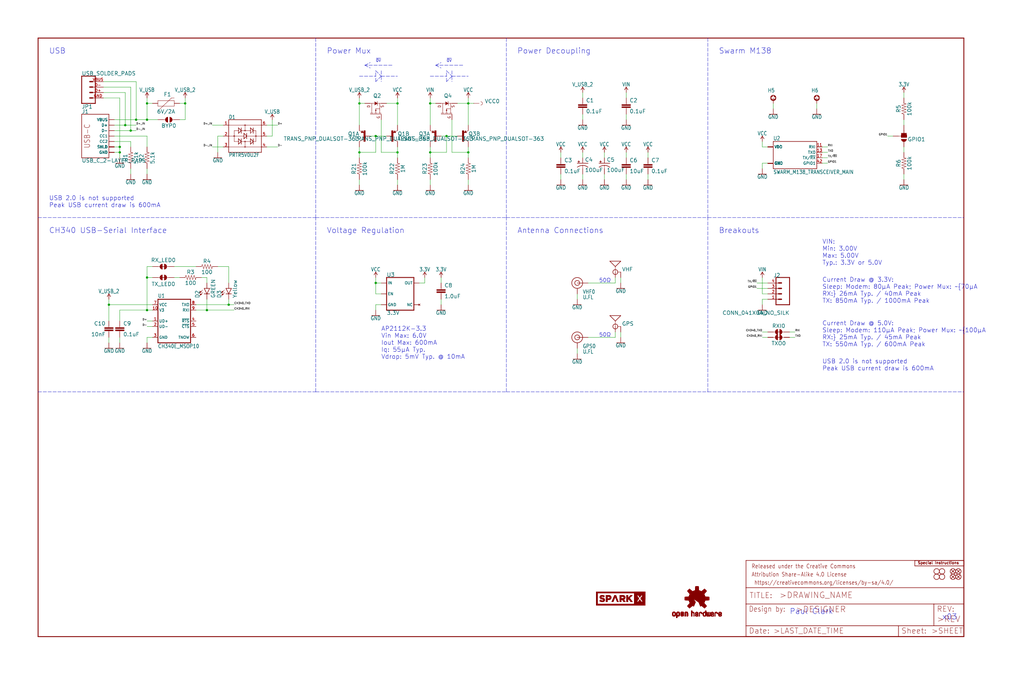
<source format=kicad_sch>
(kicad_sch (version 20211123) (generator eeschema)
  (paper "User" 477.672 317.906)
  (lib_symbols
    (symbol "eagleSchem-eagle-import:0.1UF-0603-25V-5%"
      (property "Reference" "C" (at 1.524 2.921 0))
      (property "Value" "0.1UF-0603-25V-5%" (at 1.524 -2.159 0))
      (symbol "0.1UF-0603-25V-5%_1_0"
        (pin passive line (at 0 5.08 270) (length 2.54) (name "1") (number "1"))
        (pin passive line (at 0 -2.54 90) (length 2.54) (name "2") (number "2"))
      )
    )
    (symbol "eagleSchem-eagle-import:1.0UF-0603-16V-10%-X7R"
      (property "Reference" "C" (at 1.524 2.921 0))
      (property "Value" "1.0UF-0603-16V-10%-X7R" (at 1.524 -2.159 0))
      (symbol "1.0UF-0603-16V-10%-X7R_1_0"
        (pin passive line (at 0 5.08 270) (length 2.54) (name "1") (number "1"))
        (pin passive line (at 0 -2.54 90) (length 2.54) (name "2") (number "2"))
      )
    )
    (symbol "eagleSchem-eagle-import:100KOHM-0603-1{slash}10W-1%"
      (property "Reference" "R" (at 0 1.524 0))
      (property "Value" "100KOHM-0603-1{slash}10W-1%" (at 0 -1.524 0))
      (symbol "100KOHM-0603-1{slash}10W-1%_1_0"
        (pin passive line (at -5.08 0 0) (length 2.54) (name "1") (number "1"))
        (pin passive line (at 5.08 0 180) (length 2.54) (name "2") (number "2"))
      )
    )
    (symbol "eagleSchem-eagle-import:100OHM-0603-1{slash}10W-1%"
      (property "Reference" "R" (at 0 1.524 0))
      (property "Value" "100OHM-0603-1{slash}10W-1%" (at 0 -1.524 0))
      (symbol "100OHM-0603-1{slash}10W-1%_1_0"
        (pin passive line (at -5.08 0 0) (length 2.54) (name "1") (number "1"))
        (pin passive line (at 5.08 0 180) (length 2.54) (name "2") (number "2"))
      )
    )
    (symbol "eagleSchem-eagle-import:100UF-POLAR-25V-20%(ELEC)"
      (property "Reference" "C" (at 1.016 0.635 0))
      (property "Value" "100UF-POLAR-25V-20%(ELEC)" (at 1.016 -4.191 0))
      (symbol "100UF-POLAR-25V-20%(ELEC)_1_0"
        (pin passive line (at 0 2.54 270) (length 2.54) (name "+") (number "+"))
        (pin passive line (at 0 -5.08 90) (length 2.54) (name "-") (number "-"))
      )
    )
    (symbol "eagleSchem-eagle-import:10NF-0603-50V-10%"
      (property "Reference" "C" (at 1.524 2.921 0))
      (property "Value" "10NF-0603-50V-10%" (at 1.524 -2.159 0))
      (symbol "10NF-0603-50V-10%_1_0"
        (pin passive line (at 0 5.08 270) (length 2.54) (name "1") (number "1"))
        (pin passive line (at 0 -2.54 90) (length 2.54) (name "2") (number "2"))
      )
    )
    (symbol "eagleSchem-eagle-import:10UF-0603-6.3V-20%"
      (property "Reference" "C" (at 1.524 2.921 0))
      (property "Value" "10UF-0603-6.3V-20%" (at 1.524 -2.159 0))
      (symbol "10UF-0603-6.3V-20%_1_0"
        (pin passive line (at 0 5.08 270) (length 2.54) (name "1") (number "1"))
        (pin passive line (at 0 -2.54 90) (length 2.54) (name "2") (number "2"))
      )
    )
    (symbol "eagleSchem-eagle-import:1MOHM-0603-1{slash}4W-5%"
      (property "Reference" "R" (at 0 1.524 0))
      (property "Value" "1MOHM-0603-1{slash}4W-5%" (at 0 -1.524 0))
      (symbol "1MOHM-0603-1{slash}4W-5%_1_0"
        (pin passive line (at -5.08 0 0) (length 2.54) (name "1") (number "1"))
        (pin passive line (at 5.08 0 180) (length 2.54) (name "2") (number "2"))
      )
    )
    (symbol "eagleSchem-eagle-import:3.3V" (power)
      (property "Value" "3.3V" (at 0 2.794 0))
      (symbol "3.3V_1_0"
        (pin power_in line (at 0 0 90) (length 2.54) (name "3.3V") (number "1"))
      )
    )
    (symbol "eagleSchem-eagle-import:5.1KOHM5.1KOHM-0603-1{slash}10W-1%"
      (property "Reference" "R" (at 0 1.524 0))
      (property "Value" "5.1KOHM5.1KOHM-0603-1{slash}10W-1%" (at 0 -1.524 0))
      (symbol "5.1KOHM5.1KOHM-0603-1{slash}10W-1%_1_0"
        (pin passive line (at -5.08 0 0) (length 2.54) (name "1") (number "1"))
        (pin passive line (at 5.08 0 180) (length 2.54) (name "2") (number "2"))
      )
    )
    (symbol "eagleSchem-eagle-import:ANTENNA-SMA-GROUNDEDEDGE_SMA"
      (property "Reference" "E" (at 3.048 0 0))
      (property "Value" "ANTENNA-SMA-GROUNDEDEDGE_SMA" (at 3.048 -2.286 0))
      (symbol "ANTENNA-SMA-GROUNDEDEDGE_SMA_1_0"
        (pin bidirectional line (at 2.54 -2.54 90) (length 2.54) (name "GND") (number "GND@0"))
        (pin bidirectional line (at 2.54 -2.54 90) (length 2.54) (name "GND") (number "GND@1"))
        (pin bidirectional line (at 2.54 -2.54 90) (length 2.54) (name "GND") (number "GND@2"))
        (pin bidirectional line (at 2.54 -2.54 90) (length 2.54) (name "GND") (number "GND@3"))
        (pin bidirectional line (at 0 -2.54 90) (length 2.54) (name "SIGNAL") (number "SIG"))
      )
    )
    (symbol "eagleSchem-eagle-import:CH340E_MSOP10"
      (property "Reference" "U" (at -7.62 10.795 0))
      (property "Value" "CH340E_MSOP10" (at -7.62 -12.7 0))
      (symbol "CH340E_MSOP10_1_0"
        (pin bidirectional line (at -10.16 0 0) (length 2.54) (name "UD+") (number "1"))
        (pin bidirectional line (at -10.16 5.08 0) (length 2.54) (name "V3") (number "10"))
        (pin bidirectional line (at -10.16 -2.54 0) (length 2.54) (name "UD-") (number "2"))
        (pin bidirectional line (at -10.16 -7.62 0) (length 2.54) (name "GND") (number "3"))
        (pin bidirectional line (at 10.16 0 180) (length 2.54) (name "~{RTS}") (number "4"))
        (pin bidirectional line (at 10.16 -2.54 180) (length 2.54) (name "~{CTS}") (number "5"))
        (pin bidirectional line (at 10.16 -7.62 180) (length 2.54) (name "TNOW") (number "6"))
        (pin bidirectional line (at -10.16 7.62 0) (length 2.54) (name "VCC") (number "7"))
        (pin bidirectional line (at 10.16 7.62 180) (length 2.54) (name "TXO") (number "8"))
        (pin bidirectional line (at 10.16 5.08 180) (length 2.54) (name "RXI") (number "9"))
      )
    )
    (symbol "eagleSchem-eagle-import:CONN_041X04_NO_SILK"
      (property "Reference" "J" (at -5.08 8.128 0))
      (property "Value" "CONN_041X04_NO_SILK" (at -5.08 -7.366 0))
      (symbol "CONN_041X04_NO_SILK_1_0"
        (pin passive line (at 5.08 -2.54 180) (length 5.08) (name "1") (number "1"))
        (pin passive line (at 5.08 0 180) (length 5.08) (name "2") (number "2"))
        (pin passive line (at 5.08 2.54 180) (length 5.08) (name "3") (number "3"))
        (pin passive line (at 5.08 5.08 180) (length 5.08) (name "4") (number "4"))
      )
    )
    (symbol "eagleSchem-eagle-import:FIDUCIAL1X2")
    (symbol "eagleSchem-eagle-import:FRAME-LEDGER"
      (symbol "FRAME-LEDGER_2_0"
        (text " https://creativecommons.org/licenses/by-sa/4.0/" (at 2.54 24.13 0) (effects (font (size 1.9304 1.6408)) (justify left bottom)))
        (text ">DESIGNER" (at 23.114 11.176 0) (effects (font (size 2.7432 2.7432)) (justify left bottom)))
        (text ">DRAWING_NAME" (at 15.494 17.78 0) (effects (font (size 2.7432 2.7432)) (justify left bottom)))
        (text ">LAST_DATE_TIME" (at 12.7 1.27 0) (effects (font (size 2.54 2.54)) (justify left bottom)))
        (text ">REV" (at 88.9 6.604 0) (effects (font (size 2.7432 2.7432)) (justify left bottom)))
        (text ">SHEET" (at 86.36 1.27 0) (effects (font (size 2.54 2.54)) (justify left bottom)))
        (text "Attribution Share-Alike 4.0 License" (at 2.54 27.94 0) (effects (font (size 1.9304 1.6408)) (justify left bottom)))
        (text "Date:" (at 1.27 1.27 0) (effects (font (size 2.54 2.54)) (justify left bottom)))
        (text "Design by:" (at 1.27 11.43 0) (effects (font (size 2.54 2.159)) (justify left bottom)))
        (text "Released under the Creative Commons" (at 2.54 31.75 0) (effects (font (size 1.9304 1.6408)) (justify left bottom)))
        (text "REV:" (at 88.9 11.43 0) (effects (font (size 2.54 2.54)) (justify left bottom)))
        (text "Sheet:" (at 72.39 1.27 0) (effects (font (size 2.54 2.54)) (justify left bottom)))
        (text "TITLE:" (at 1.524 17.78 0) (effects (font (size 2.54 2.54)) (justify left bottom)))
      )
    )
    (symbol "eagleSchem-eagle-import:GND" (power)
      (property "Value" "GND" (at 0 -0.254 0))
      (symbol "GND_1_0"
        (pin power_in line (at 0 2.54 270) (length 2.54) (name "GND") (number "1"))
      )
    )
    (symbol "eagleSchem-eagle-import:JUMPER-COMBO_2_NC_TRACE"
      (property "Reference" "JP" (at 0 2.794 0))
      (property "Value" "JUMPER-COMBO_2_NC_TRACE" (at 0 -2.794 0))
      (symbol "JUMPER-COMBO_2_NC_TRACE_1_0"
        (pin passive line (at -5.08 0 0) (length 2.54) (name "1") (number "1"))
        (pin passive line (at 5.08 0 180) (length 2.54) (name "2") (number "2"))
        (pin passive line (at -5.08 0 0) (length 2.54) (name "1") (number "3"))
        (pin passive line (at 5.08 0 180) (length 2.54) (name "2") (number "4"))
      )
    )
    (symbol "eagleSchem-eagle-import:JUMPER-SMT_2_NC_TRACE_SILK"
      (property "Reference" "JP" (at 0 3.048 0))
      (property "Value" "JUMPER-SMT_2_NC_TRACE_SILK" (at 0 -3.048 0))
      (symbol "JUMPER-SMT_2_NC_TRACE_SILK_1_0"
        (pin passive line (at -5.08 0 0) (length 2.54) (name "1") (number "1"))
        (pin passive line (at 5.08 0 180) (length 2.54) (name "2") (number "2"))
      )
    )
    (symbol "eagleSchem-eagle-import:JUMPER-SMT_2_NO_SILK"
      (property "Reference" "JP" (at 0 2.794 0))
      (property "Value" "JUMPER-SMT_2_NO_SILK" (at 0 -2.794 0))
      (symbol "JUMPER-SMT_2_NO_SILK_1_0"
        (pin passive line (at -5.08 0 0) (length 2.54) (name "1") (number "1"))
        (pin passive line (at 5.08 0 180) (length 2.54) (name "2") (number "2"))
      )
    )
    (symbol "eagleSchem-eagle-import:JUMPER-SMT_3_1-NC_TRACE_SILK"
      (property "Reference" "JP" (at 5.842 1.524 0))
      (property "Value" "JUMPER-SMT_3_1-NC_TRACE_SILK" (at 6.604 -1.27 0))
      (symbol "JUMPER-SMT_3_1-NC_TRACE_SILK_1_0"
        (pin passive line (at 0 5.08 270) (length 2.54) (name "1") (number "1"))
        (pin passive line (at -5.08 0 0) (length 2.54) (name "2") (number "2"))
        (pin passive line (at 0 -5.08 90) (length 2.54) (name "3") (number "3"))
      )
    )
    (symbol "eagleSchem-eagle-import:LED-GREEN0603"
      (property "Reference" "D" (at -3.429 -4.572 90))
      (property "Value" "LED-GREEN0603" (at 1.905 -4.572 90))
      (symbol "LED-GREEN0603_1_0"
        (pin passive line (at 0 2.54 270) (length 2.54) (name "A") (number "A"))
        (pin passive line (at 0 -5.08 90) (length 2.54) (name "C") (number "C"))
      )
    )
    (symbol "eagleSchem-eagle-import:LED-YELLOW0603"
      (property "Reference" "D" (at -3.429 -4.572 90))
      (property "Value" "LED-YELLOW0603" (at 1.905 -4.572 90))
      (symbol "LED-YELLOW0603_1_0"
        (pin passive line (at 0 2.54 270) (length 2.54) (name "A") (number "A"))
        (pin passive line (at 0 -5.08 90) (length 2.54) (name "C") (number "C"))
      )
    )
    (symbol "eagleSchem-eagle-import:MOSFET_PCH-DMG2305UX-7"
      (property "Reference" "Q" (at 5.08 0 0))
      (property "Value" "MOSFET_PCH-DMG2305UX-7" (at 5.08 -2.54 0))
      (symbol "MOSFET_PCH-DMG2305UX-7_1_0"
        (text "D" (at 0.508 2.54 0) (effects (font (size 1.27 1.0795)) (justify left bottom)))
        (text "G" (at -3.302 -0.508 0) (effects (font (size 1.27 1.0795)) (justify right top)))
        (text "S" (at 0.508 -3.81 0) (effects (font (size 1.27 1.0795)) (justify left bottom)))
        (pin bidirectional line (at -5.08 -2.54 0) (length 2.54) (name "G") (number "1"))
        (pin bidirectional line (at 2.54 -5.08 90) (length 2.54) (name "S") (number "2"))
        (pin bidirectional line (at 2.54 5.08 270) (length 2.54) (name "D") (number "3"))
      )
    )
    (symbol "eagleSchem-eagle-import:OSHW-LOGOM")
    (symbol "eagleSchem-eagle-import:PPTC_6V2A"
      (property "Reference" "F" (at 1.905 3.175 0))
      (property "Value" "PPTC_6V2A" (at 1.27 -2.794 0))
      (symbol "PPTC_6V2A_1_0"
        (pin bidirectional line (at -5.08 0 0) (length 2.54) (name "1") (number "1"))
        (pin bidirectional line (at 7.62 0 180) (length 2.54) (name "2") (number "2"))
      )
    )
    (symbol "eagleSchem-eagle-import:PRTR5V0U2F"
      (property "Reference" "D" (at -7.62 7.874 0))
      (property "Value" "PRTR5V0U2F" (at -7.62 -7.874 0))
      (symbol "PRTR5V0U2F_1_0"
        (pin bidirectional line (at -10.16 5.08 0) (length 2.54) (name "1") (number "1"))
        (pin power_in line (at -10.16 0 0) (length 2.54) (name "2") (number "2"))
        (pin bidirectional line (at -10.16 -5.08 0) (length 2.54) (name "3") (number "3"))
        (pin bidirectional line (at 10.16 -5.08 180) (length 2.54) (name "4") (number "4"))
        (pin power_in line (at 10.16 0 180) (length 2.54) (name "5") (number "5"))
        (pin bidirectional line (at 10.16 5.08 180) (length 2.54) (name "6") (number "6"))
      )
    )
    (symbol "eagleSchem-eagle-import:SPARKX-LOGO5")
    (symbol "eagleSchem-eagle-import:SPECIAL_INSTRUCTIONS-ORDERING"
      (symbol "SPECIAL_INSTRUCTIONS-ORDERING_1_0"
        (text "Special Instructions" (at 1.27 0.6985 0) (effects (font (size 1.27 1.27) (thickness 0.254) bold) (justify left bottom)))
      )
    )
    (symbol "eagleSchem-eagle-import:STAND-OFF")
    (symbol "eagleSchem-eagle-import:STAND-OFF-REFLOW-M2.5_1.5MM_TALL"
      (property "Reference" "H" (at -2.54 2.54 0))
      (property "Value" "STAND-OFF-REFLOW-M2.5_1.5MM_TALL" (at 2.54 0 0))
      (symbol "STAND-OFF-REFLOW-M2.5_1.5MM_TALL_1_0"
        (pin bidirectional line (at 0 -2.54 90) (length 2.54) (name "1") (number "1"))
      )
    )
    (symbol "eagleSchem-eagle-import:SWARM_M138_TRANSCEIVER_MAIN"
      (property "Reference" "U" (at -10.16 8.128 0))
      (property "Value" "SWARM_M138_TRANSCEIVER_MAIN" (at -10.16 -7.62 0))
      (symbol "SWARM_M138_TRANSCEIVER_MAIN_1_0"
        (pin input line (at 12.7 5.08 180) (length 2.54) (name "RXI") (number "11"))
        (pin output line (at 12.7 2.54 180) (length 2.54) (name "TXO") (number "13"))
        (pin power_in line (at -12.7 -2.54 0) (length 2.54) (name "GND") (number "15"))
        (pin output line (at 12.7 0 180) (length 2.54) (name "TX/~{RX}") (number "17"))
        (pin power_in line (at -12.7 -2.54 0) (length 2.54) (name "GND") (number "18"))
        (pin power_in line (at -12.7 5.08 0) (length 2.54) (name "VDD") (number "2"))
        (pin power_in line (at -12.7 -2.54 0) (length 2.54) (name "GND") (number "21"))
        (pin power_in line (at -12.7 -2.54 0) (length 2.54) (name "GND") (number "26"))
        (pin power_in line (at -12.7 -2.54 0) (length 2.54) (name "GND") (number "27"))
        (pin power_in line (at -12.7 -2.54 0) (length 2.54) (name "GND") (number "29"))
        (pin power_in line (at -12.7 -2.54 0) (length 2.54) (name "GND") (number "34"))
        (pin power_in line (at -12.7 -2.54 0) (length 2.54) (name "GND") (number "35"))
        (pin power_in line (at -12.7 -2.54 0) (length 2.54) (name "GND") (number "37"))
        (pin power_in line (at -12.7 5.08 0) (length 2.54) (name "VDD") (number "39"))
        (pin power_in line (at -12.7 -2.54 0) (length 2.54) (name "GND") (number "4"))
        (pin power_in line (at -12.7 -2.54 0) (length 2.54) (name "GND") (number "40"))
        (pin power_in line (at -12.7 5.08 0) (length 2.54) (name "VDD") (number "41"))
        (pin bidirectional line (at 12.7 -2.54 180) (length 2.54) (name "GPIO1") (number "42"))
        (pin power_in line (at -12.7 -2.54 0) (length 2.54) (name "GND") (number "43"))
        (pin power_in line (at -12.7 -2.54 0) (length 2.54) (name "GND") (number "50"))
        (pin power_in line (at -12.7 5.08 0) (length 2.54) (name "VDD") (number "52"))
        (pin power_in line (at -12.7 -2.54 0) (length 2.54) (name "GND") (number "9"))
        (pin power_in line (at -12.7 -2.54 0) (length 2.54) (name "GND") (number "A1"))
        (pin power_in line (at -12.7 -2.54 0) (length 2.54) (name "GND") (number "A2"))
      )
    )
    (symbol "eagleSchem-eagle-import:TEST-POINT3X5"
      (property "Reference" "TP" (at -2.54 2.54 0))
      (property "Value" "TEST-POINT3X5" (at -2.54 -2.54 0))
      (symbol "TEST-POINT3X5_1_0"
        (pin bidirectional line (at 0 0 180) (length 0) (name "1") (number "1"))
      )
    )
    (symbol "eagleSchem-eagle-import:TRANS_PNP_DUALSOT-363"
      (property "Reference" "Q" (at 2.54 0 0))
      (property "Value" "TRANS_PNP_DUALSOT-363" (at 2.54 -0.254 0))
      (symbol "TRANS_PNP_DUALSOT-363_1_0"
        (pin passive line (at 2.54 5.08 270) (length 2.54) (name "E") (number "1"))
        (pin passive line (at -2.54 0 0) (length 2.54) (name "B") (number "2"))
        (pin passive line (at 2.54 -5.08 90) (length 2.54) (name "C") (number "6"))
      )
      (symbol "TRANS_PNP_DUALSOT-363_2_0"
        (pin passive line (at 2.54 -5.08 90) (length 2.54) (name "C") (number "3"))
        (pin passive line (at 2.54 5.08 270) (length 2.54) (name "E") (number "4"))
        (pin passive line (at -2.54 0 0) (length 2.54) (name "B") (number "5"))
      )
    )
    (symbol "eagleSchem-eagle-import:U.FL2PIN"
      (property "Reference" "J" (at 2.54 -5.08 0))
      (property "Value" "U.FL2PIN" (at 2.54 -7.62 0))
      (symbol "U.FL2PIN_1_0"
        (pin bidirectional line (at 0 -5.08 90) (length 2.54) (name "GND") (number "1"))
        (pin bidirectional line (at 0 -5.08 90) (length 2.54) (name "GND") (number "2"))
        (pin bidirectional line (at 5.08 0 180) (length 5.08) (name "SIGNAL") (number "FEED"))
      )
    )
    (symbol "eagleSchem-eagle-import:USB_C_2-LAYER_PADS"
      (property "Reference" "J" (at -2.54 10.414 0))
      (property "Value" "USB_C_2-LAYER_PADS" (at -2.54 -12.446 0))
      (symbol "USB_C_2-LAYER_PADS_1_0"
        (text "USB-C" (at 0 0 900) (effects (font (size 2.54 2.159))))
        (pin bidirectional line (at 12.7 0 180) (length 2.54) (name "CC1") (number "A5"))
        (pin bidirectional line (at 12.7 5.08 180) (length 2.54) (name "D+") (number "A6"))
        (pin bidirectional line (at 12.7 2.54 180) (length 2.54) (name "D-") (number "A7"))
        (pin bidirectional line (at 12.7 -2.54 180) (length 2.54) (name "CC2") (number "B5"))
        (pin bidirectional line (at 12.7 5.08 180) (length 2.54) (name "D+") (number "B6"))
        (pin bidirectional line (at 12.7 2.54 180) (length 2.54) (name "D-") (number "B7"))
        (pin bidirectional line (at 12.7 -7.62 180) (length 2.54) (name "GND") (number "GND"))
        (pin bidirectional line (at 12.7 -7.62 180) (length 2.54) (name "GND") (number "GND2"))
        (pin bidirectional line (at 12.7 -5.08 180) (length 2.54) (name "SHLD") (number "SHLD1"))
        (pin bidirectional line (at 12.7 -5.08 180) (length 2.54) (name "SHLD") (number "SHLD2"))
        (pin bidirectional line (at 12.7 -5.08 180) (length 2.54) (name "SHLD") (number "SHLD3"))
        (pin bidirectional line (at 12.7 -5.08 180) (length 2.54) (name "SHLD") (number "SHLD4"))
        (pin bidirectional line (at 12.7 7.62 180) (length 2.54) (name "VBUS") (number "VBUS1"))
        (pin bidirectional line (at 12.7 7.62 180) (length 2.54) (name "VBUS") (number "VBUS2"))
      )
    )
    (symbol "eagleSchem-eagle-import:USB_SOLDER_PADS"
      (property "Reference" "JP" (at -5.08 8.128 0))
      (property "Value" "USB_SOLDER_PADS" (at -5.08 -7.366 0))
      (symbol "USB_SOLDER_PADS_1_0"
        (pin passive line (at 5.08 2.54 180) (length 5.08) (name "3") (number "D+"))
        (pin passive line (at 5.08 0 180) (length 5.08) (name "2") (number "D-"))
        (pin passive line (at 5.08 5.08 180) (length 5.08) (name "4") (number "GND"))
        (pin passive line (at 5.08 -2.54 180) (length 5.08) (name "1") (number "VBUS"))
      )
    )
    (symbol "eagleSchem-eagle-import:VCC" (power)
      (property "Value" "VCC" (at 0 2.794 0))
      (symbol "VCC_1_0"
        (pin power_in line (at 0 0 90) (length 2.54) (name "VCC") (number "1"))
      )
    )
    (symbol "eagleSchem-eagle-import:VIN" (power)
      (property "Value" "VIN" (at 0 2.794 0))
      (symbol "VIN_1_0"
        (pin power_in line (at 0 0 90) (length 2.54) (name "VIN") (number "1"))
      )
    )
    (symbol "eagleSchem-eagle-import:V_REG_AP2112K-3.3V"
      (property "Reference" "U" (at -7.62 7.874 0))
      (property "Value" "V_REG_AP2112K-3.3V" (at -7.62 -7.874 0))
      (symbol "V_REG_AP2112K-3.3V_1_0"
        (pin input line (at -10.16 5.08 0) (length 2.54) (name "IN") (number "1"))
        (pin input line (at -10.16 -5.08 0) (length 2.54) (name "GND") (number "2"))
        (pin input line (at -10.16 0 0) (length 2.54) (name "EN") (number "3"))
        (pin no_connect line (at 7.62 -5.08 180) (length 2.54) (name "NC") (number "4"))
        (pin passive line (at 7.62 5.08 180) (length 2.54) (name "OUT") (number "5"))
      )
    )
    (symbol "eagleSchem-eagle-import:V_USB" (power)
      (property "Value" "V_USB" (at 0 2.794 0))
      (symbol "V_USB_1_0"
        (pin power_in line (at 0 0 90) (length 2.54) (name "V_USB") (number "1"))
      )
    )
    (symbol "eagleSchem-eagle-import:V_USB_2" (power)
      (property "Value" "V_USB_2" (at 0 2.794 0))
      (symbol "V_USB_2_1_0"
        (pin power_in line (at 0 0 90) (length 2.54) (name "V_USB_2") (number "1"))
      )
    )
  )
  (junction (at 167.64 71.12))
  (junction (at 50.8 142.24))
  (junction (at 175.26 63.5))
  (junction (at 218.44 71.12))
  (junction (at 68.58 55.88))
  (junction (at 68.58 129.54))
  (junction (at 68.58 144.78))
  (junction (at 106.68 142.24))
  (junction (at 218.44 48.26))
  (junction (at 60.96 60.96))
  (junction (at 55.88 71.12))
  (junction (at 86.36 48.26))
  (junction (at 185.42 48.26))
  (junction (at 200.66 48.26))
  (junction (at 68.58 48.26))
  (junction (at 167.64 48.26))
  (junction (at 185.42 71.12))
  (junction (at 200.66 71.12))
  (junction (at 55.88 68.58))
  (junction (at 96.52 144.78))
  (junction (at 58.42 58.42))
  (junction (at 208.28 63.5))
  (junction (at 175.26 132.08))
  (junction (at 63.5 55.88))
  (wire (pts (xy 109.22 144.78) (xy 96.52 144.78)))
  (wire (pts (xy 287.02 132.08) (xy 287.02 129.54)))
  (wire (pts (xy 167.64 71.12) (xy 167.64 73.66)))
  (polyline (pts (xy 147.32 182.88) (xy 236.22 182.88)))
  (wire (pts (xy 185.42 71.12) (xy 177.8 71.12)))
  (polyline (pts (xy 147.32 101.6) (xy 236.22 101.6)))
  (wire (pts (xy 71.12 157.48) (xy 68.58 157.48)))
  (wire (pts (xy 124.46 58.42) (xy 129.54 58.42)))
  (wire (pts (xy 96.52 144.78) (xy 91.44 144.78)))
  (wire (pts (xy 421.64 81.28) (xy 421.64 83.82)))
  (wire (pts (xy 68.58 78.74) (xy 68.58 81.28)))
  (wire (pts (xy 203.2 48.26) (xy 200.66 48.26)))
  (wire (pts (xy 167.64 83.82) (xy 167.64 86.36)))
  (polyline (pts (xy 167.64 35.56) (xy 175.26 35.56)))
  (wire (pts (xy 213.36 48.26) (xy 218.44 48.26)))
  (polyline (pts (xy 208.28 38.1) (xy 208.28 35.56)))
  (wire (pts (xy 271.78 55.88) (xy 271.78 53.34)))
  (wire (pts (xy 208.28 71.12) (xy 208.28 63.5)))
  (polyline (pts (xy 330.2 182.88) (xy 449.58 182.88)))
  (wire (pts (xy 360.68 48.26) (xy 360.68 50.8)))
  (wire (pts (xy 83.82 48.26) (xy 86.36 48.26)))
  (polyline (pts (xy 236.22 17.78) (xy 236.22 101.6)))
  (wire (pts (xy 383.54 71.12) (xy 386.08 71.12)))
  (wire (pts (xy 358.14 132.08) (xy 353.06 132.08)))
  (polyline (pts (xy 210.82 33.02) (xy 210.82 35.56)))
  (wire (pts (xy 124.46 68.58) (xy 129.54 68.58)))
  (wire (pts (xy 53.34 60.96) (xy 60.96 60.96)))
  (wire (pts (xy 71.12 48.26) (xy 68.58 48.26)))
  (polyline (pts (xy 210.82 35.56) (xy 210.82 38.1)))
  (wire (pts (xy 127 63.5) (xy 127 55.88)))
  (wire (pts (xy 53.34 58.42) (xy 58.42 58.42)))
  (wire (pts (xy 289.56 154.94) (xy 289.56 157.48)))
  (wire (pts (xy 271.78 43.18) (xy 271.78 45.72)))
  (wire (pts (xy 416.56 63.5) (xy 414.02 63.5)))
  (wire (pts (xy 292.1 83.82) (xy 292.1 81.28)))
  (wire (pts (xy 292.1 55.88) (xy 292.1 53.34)))
  (polyline (pts (xy 236.22 182.88) (xy 236.22 101.6)))
  (wire (pts (xy 71.12 149.86) (xy 68.58 149.86)))
  (wire (pts (xy 185.42 68.58) (xy 185.42 71.12)))
  (wire (pts (xy 68.58 63.5) (xy 68.58 68.58)))
  (wire (pts (xy 170.18 48.26) (xy 167.64 48.26)))
  (wire (pts (xy 53.34 68.58) (xy 55.88 68.58)))
  (wire (pts (xy 358.14 76.2) (xy 355.6 76.2)))
  (wire (pts (xy 177.8 71.12) (xy 177.8 55.88)))
  (wire (pts (xy 71.12 144.78) (xy 68.58 144.78)))
  (wire (pts (xy 271.78 71.12) (xy 271.78 73.66)))
  (wire (pts (xy 93.98 129.54) (xy 96.52 129.54)))
  (polyline (pts (xy 236.22 101.6) (xy 330.2 101.6)))
  (wire (pts (xy 383.54 73.66) (xy 386.08 73.66)))
  (wire (pts (xy 381 48.26) (xy 381 50.8)))
  (polyline (pts (xy 203.2 30.48) (xy 205.74 31.75)))
  (wire (pts (xy 63.5 55.88) (xy 68.58 55.88)))
  (wire (pts (xy 177.8 142.24) (xy 175.26 142.24)))
  (polyline (pts (xy 236.22 182.88) (xy 330.2 182.88)))
  (wire (pts (xy 358.14 139.7) (xy 355.6 139.7)))
  (wire (pts (xy 106.68 142.24) (xy 109.22 142.24)))
  (wire (pts (xy 355.6 154.94) (xy 358.14 154.94)))
  (wire (pts (xy 167.64 58.42) (xy 167.64 48.26)))
  (wire (pts (xy 101.6 63.5) (xy 101.6 71.12)))
  (wire (pts (xy 104.14 58.42) (xy 99.06 58.42)))
  (polyline (pts (xy 203.2 30.48) (xy 205.74 29.21)))
  (wire (pts (xy 185.42 45.72) (xy 185.42 48.26)))
  (wire (pts (xy 86.36 55.88) (xy 83.82 55.88)))
  (polyline (pts (xy 175.26 38.1) (xy 175.26 35.56)))
  (wire (pts (xy 383.54 68.58) (xy 386.08 68.58)))
  (polyline (pts (xy 147.32 17.78) (xy 147.32 101.6)))
  (wire (pts (xy 71.12 142.24) (xy 50.8 142.24)))
  (wire (pts (xy 218.44 71.12) (xy 218.44 73.66)))
  (wire (pts (xy 53.34 71.12) (xy 55.88 71.12)))
  (polyline (pts (xy 177.8 35.56) (xy 175.26 38.1)))
  (wire (pts (xy 101.6 124.46) (xy 106.68 124.46)))
  (wire (pts (xy 104.14 63.5) (xy 101.6 63.5)))
  (wire (pts (xy 60.96 78.74) (xy 60.96 81.28)))
  (wire (pts (xy 175.26 137.16) (xy 175.26 132.08)))
  (wire (pts (xy 68.58 157.48) (xy 68.58 160.02)))
  (polyline (pts (xy 17.78 182.88) (xy 147.32 182.88)))
  (wire (pts (xy 271.78 83.82) (xy 271.78 81.28)))
  (wire (pts (xy 86.36 45.72) (xy 86.36 48.26)))
  (wire (pts (xy 60.96 40.64) (xy 60.96 60.96)))
  (wire (pts (xy 86.36 48.26) (xy 86.36 55.88)))
  (polyline (pts (xy 175.26 35.56) (xy 175.26 33.02)))
  (wire (pts (xy 53.34 66.04) (xy 60.96 66.04)))
  (polyline (pts (xy 170.18 30.48) (xy 172.72 29.21)))
  (wire (pts (xy 55.88 45.72) (xy 55.88 68.58)))
  (wire (pts (xy 50.8 139.7) (xy 50.8 142.24)))
  (wire (pts (xy 218.44 83.82) (xy 218.44 86.36)))
  (wire (pts (xy 355.6 76.2) (xy 355.6 78.74)))
  (wire (pts (xy 218.44 71.12) (xy 210.82 71.12)))
  (polyline (pts (xy 330.2 101.6) (xy 449.58 101.6)))
  (wire (pts (xy 175.26 132.08) (xy 175.26 129.54)))
  (polyline (pts (xy 208.28 35.56) (xy 208.28 33.02)))
  (wire (pts (xy 91.44 142.24) (xy 106.68 142.24)))
  (wire (pts (xy 205.74 139.7) (xy 205.74 142.24)))
  (wire (pts (xy 421.64 58.42) (xy 421.64 55.88)))
  (wire (pts (xy 200.66 58.42) (xy 200.66 48.26)))
  (wire (pts (xy 281.94 81.28) (xy 281.94 83.82)))
  (wire (pts (xy 274.32 157.48) (xy 287.02 157.48)))
  (wire (pts (xy 269.24 137.16) (xy 269.24 139.7)))
  (wire (pts (xy 198.12 132.08) (xy 198.12 129.54)))
  (wire (pts (xy 368.3 157.48) (xy 370.84 157.48)))
  (wire (pts (xy 218.44 48.26) (xy 218.44 58.42)))
  (wire (pts (xy 218.44 45.72) (xy 218.44 48.26)))
  (wire (pts (xy 302.26 73.66) (xy 302.26 71.12)))
  (polyline (pts (xy 208.28 33.02) (xy 210.82 35.56)))
  (wire (pts (xy 261.62 73.66) (xy 261.62 71.12)))
  (wire (pts (xy 58.42 58.42) (xy 63.5 58.42)))
  (polyline (pts (xy 330.2 17.78) (xy 330.2 101.6)))
  (wire (pts (xy 368.3 154.94) (xy 370.84 154.94)))
  (wire (pts (xy 55.88 71.12) (xy 55.88 73.66)))
  (wire (pts (xy 355.6 68.58) (xy 355.6 66.04)))
  (wire (pts (xy 172.72 63.5) (xy 175.26 63.5)))
  (wire (pts (xy 48.26 43.18) (xy 58.42 43.18)))
  (wire (pts (xy 281.94 73.66) (xy 281.94 71.12)))
  (wire (pts (xy 220.98 48.26) (xy 218.44 48.26)))
  (polyline (pts (xy 182.88 30.48) (xy 170.18 30.48)))
  (polyline (pts (xy 210.82 35.56) (xy 208.28 38.1)))
  (wire (pts (xy 218.44 68.58) (xy 218.44 71.12)))
  (wire (pts (xy 167.64 45.72) (xy 167.64 48.26)))
  (wire (pts (xy 177.8 137.16) (xy 175.26 137.16)))
  (polyline (pts (xy 177.8 35.56) (xy 177.8 38.1)))
  (wire (pts (xy 71.12 152.4) (xy 68.58 152.4)))
  (polyline (pts (xy 170.18 30.48) (xy 172.72 31.75)))
  (wire (pts (xy 55.88 68.58) (xy 55.88 71.12)))
  (wire (pts (xy 104.14 68.58) (xy 99.06 68.58)))
  (wire (pts (xy 200.66 68.58) (xy 200.66 71.12)))
  (polyline (pts (xy 177.8 33.02) (xy 177.8 35.56)))
  (wire (pts (xy 383.54 76.2) (xy 386.08 76.2)))
  (wire (pts (xy 81.28 129.54) (xy 83.82 129.54)))
  (wire (pts (xy 71.12 124.46) (xy 68.58 124.46)))
  (wire (pts (xy 48.26 38.1) (xy 63.5 38.1)))
  (wire (pts (xy 177.8 132.08) (xy 175.26 132.08)))
  (wire (pts (xy 68.58 55.88) (xy 73.66 55.88)))
  (wire (pts (xy 208.28 63.5) (xy 213.36 63.5)))
  (wire (pts (xy 58.42 43.18) (xy 58.42 58.42)))
  (wire (pts (xy 358.14 68.58) (xy 355.6 68.58)))
  (wire (pts (xy 269.24 162.56) (xy 269.24 165.1)))
  (wire (pts (xy 68.58 144.78) (xy 55.88 144.78)))
  (wire (pts (xy 421.64 45.72) (xy 421.64 43.18)))
  (wire (pts (xy 180.34 48.26) (xy 185.42 48.26)))
  (polyline (pts (xy 200.66 35.56) (xy 208.28 35.56)))
  (wire (pts (xy 355.6 137.16) (xy 355.6 129.54)))
  (polyline (pts (xy 330.2 182.88) (xy 330.2 101.6)))
  (wire (pts (xy 96.52 139.7) (xy 96.52 144.78)))
  (wire (pts (xy 68.58 45.72) (xy 68.58 48.26)))
  (wire (pts (xy 195.58 132.08) (xy 198.12 132.08)))
  (wire (pts (xy 48.26 45.72) (xy 55.88 45.72)))
  (wire (pts (xy 261.62 81.28) (xy 261.62 83.82)))
  (polyline (pts (xy 177.8 35.56) (xy 185.42 35.56)))
  (wire (pts (xy 289.56 129.54) (xy 289.56 132.08)))
  (polyline (pts (xy 210.82 35.56) (xy 218.44 35.56)))
  (wire (pts (xy 200.66 83.82) (xy 200.66 86.36)))
  (wire (pts (xy 55.88 160.02) (xy 55.88 157.48)))
  (wire (pts (xy 53.34 55.88) (xy 63.5 55.88)))
  (polyline (pts (xy 147.32 182.88) (xy 147.32 101.6)))
  (wire (pts (xy 358.14 134.62) (xy 353.06 134.62)))
  (wire (pts (xy 200.66 71.12) (xy 208.28 71.12)))
  (wire (pts (xy 287.02 157.48) (xy 287.02 154.94)))
  (wire (pts (xy 68.58 124.46) (xy 68.58 129.54)))
  (wire (pts (xy 185.42 83.82) (xy 185.42 86.36)))
  (wire (pts (xy 50.8 160.02) (xy 50.8 157.48)))
  (wire (pts (xy 421.64 68.58) (xy 421.64 71.12)))
  (wire (pts (xy 358.14 137.16) (xy 355.6 137.16)))
  (wire (pts (xy 106.68 124.46) (xy 106.68 132.08)))
  (wire (pts (xy 53.34 63.5) (xy 68.58 63.5)))
  (wire (pts (xy 167.64 68.58) (xy 167.64 71.12)))
  (polyline (pts (xy 17.78 101.6) (xy 147.32 101.6)))
  (wire (pts (xy 358.14 157.48) (xy 355.6 157.48)))
  (wire (pts (xy 205.74 129.54) (xy 205.74 132.08)))
  (wire (pts (xy 175.26 71.12) (xy 175.26 63.5)))
  (wire (pts (xy 292.1 73.66) (xy 292.1 71.12)))
  (wire (pts (xy 55.88 144.78) (xy 55.88 149.86)))
  (wire (pts (xy 48.26 40.64) (xy 60.96 40.64)))
  (wire (pts (xy 96.52 129.54) (xy 96.52 132.08)))
  (polyline (pts (xy 175.26 33.02) (xy 177.8 35.56)))
  (wire (pts (xy 63.5 38.1) (xy 63.5 55.88)))
  (wire (pts (xy 274.32 132.08) (xy 287.02 132.08)))
  (wire (pts (xy 167.64 71.12) (xy 175.26 71.12)))
  (wire (pts (xy 205.74 63.5) (xy 208.28 63.5)))
  (wire (pts (xy 355.6 139.7) (xy 355.6 142.24)))
  (wire (pts (xy 200.66 71.12) (xy 200.66 73.66)))
  (wire (pts (xy 175.26 142.24) (xy 175.26 144.78)))
  (wire (pts (xy 60.96 66.04) (xy 60.96 68.58)))
  (wire (pts (xy 210.82 71.12) (xy 210.82 55.88)))
  (wire (pts (xy 68.58 48.26) (xy 68.58 55.88)))
  (wire (pts (xy 292.1 45.72) (xy 292.1 43.18)))
  (wire (pts (xy 302.26 83.82) (xy 302.26 81.28)))
  (wire (pts (xy 185.42 71.12) (xy 185.42 73.66)))
  (wire (pts (xy 124.46 63.5) (xy 127 63.5)))
  (wire (pts (xy 60.96 60.96) (xy 63.5 60.96)))
  (wire (pts (xy 50.8 149.86) (xy 50.8 142.24)))
  (wire (pts (xy 81.28 124.46) (xy 91.44 124.46)))
  (polyline (pts (xy 215.9 30.48) (xy 203.2 30.48)))
  (wire (pts (xy 71.12 129.54) (xy 68.58 129.54)))
  (wire (pts (xy 185.42 48.26) (xy 185.42 58.42)))
  (wire (pts (xy 106.68 139.7) (xy 106.68 142.24)))
  (wire (pts (xy 200.66 48.26) (xy 200.66 45.72)))
  (wire (pts (xy 175.26 63.5) (xy 180.34 63.5)))
  (wire (pts (xy 68.58 129.54) (xy 68.58 144.78)))
  (text "Voltage Regulation" (at 152.4 109.22 180) (effects (font (size 2.54 2.54)) (justify left bottom)))
  (text "Current Draw @ 3.3V:\nSleep: Modem: 80µA Peak; Power Mux: ~{70µA\nRX:} 26mA Typ. / 40mA Peak\nTX: 850mA Typ. / 1000mA Peak" (at 383.54 129.54 180) (effects (font (size 2.032 2.032)) (justify left top)))
  (text "~{0V}" (at 209.55 29.21 180) (effects (font (size 1.27 1.27)) (justify bottom)))
  (text "CH340 USB-Serial Interface" (at 22.86 109.22 180) (effects (font (size 2.54 2.54)) (justify left bottom)))
  (text "USB 2.0 is not supported\nPeak USB current draw is 600mA" (at 383.54 167.64 180) (effects (font (size 2.032 2.032)) (justify left top)))
  (text "Breakouts" (at 335.28 109.22 180) (effects (font (size 2.54 2.54)) (justify left bottom)))
  (text "Current Draw @ 5.0V:\nSleep: Modem: 110µA Peak; Power Mux: ~{100µA\nRX:} 25mA Typ. / 45mA Peak\nTX: 550mA Typ. / 600mA Peak" (at 383.54 149.86 180) (effects (font (size 2.032 2.032)) (justify left top)))
  (text "50Ω" (at 279.4 132.08 180) (effects (font (size 1.778 1.778)) (justify left bottom)))
  (text "Swarm M138" (at 335.28 25.4 180) (effects (font (size 2.54 2.54)) (justify left bottom)))
  (text "Power Mux" (at 152.4 25.4 180) (effects (font (size 2.54 2.54)) (justify left bottom)))
  (text "Paul Clark" (at 368.3 287.02 180) (effects (font (size 2.54 2.54)) (justify left bottom)))
  (text "USB" (at 22.86 25.4 180) (effects (font (size 2.54 2.54)) (justify left bottom)))
  (text "Power Decoupling" (at 241.3 25.4 180) (effects (font (size 2.54 2.54)) (justify left bottom)))
  (text "50Ω" (at 279.4 157.48 180) (effects (font (size 1.778 1.778)) (justify left bottom)))
  (text "VIN:\nMin: 3.00V\nMax: 5.00V\nTyp.: 3.3V or 5.0V" (at 383.54 111.76 180) (effects (font (size 2.032 2.032)) (justify left top)))
  (text "~{0V}" (at 176.53 29.21 180) (effects (font (size 1.27 1.27)) (justify bottom)))
  (text "Antenna Connections" (at 241.3 109.22 180) (effects (font (size 2.54 2.54)) (justify left bottom)))
  (text "USB 2.0 is not supported\nPeak USB current draw is 600mA" (at 22.86 91.44 180) (effects (font (size 2.032 2.032)) (justify left top)))
  (text "AP2112K-3.3\nVin Max: 6.0V\nIout Max: 600mA\nIq: 55µA Typ.\nVdrop: 5mV Typ. @ 10mA" (at 177.8 152.4 180) (effects (font (size 2.032 2.032)) (justify left top)))
  (text "x03" (at 439.42 289.56 180) (effects (font (size 2.54 2.54)) (justify left bottom)))
  (label "D+" (at 129.54 58.42 0) (effects (font (size 0.889 0.889))))
  (label "D-" (at 68.58 152.4 180) (effects (font (size 0.889 0.889))))
  (label "CH340_TXO" (at 355.6 154.94 180) (effects (font (size 0.889 0.889))))
  (label "TX/~{RX}" (at 353.06 132.08 180) (effects (font (size 0.889 0.889))))
  (label "CH340_RXI" (at 109.22 144.78 0) (effects (font (size 0.889 0.889))))
  (label "D+_IN" (at 99.06 58.42 180) (effects (font (size 0.889 0.889))))
  (label "CH340_TXO" (at 109.22 142.24 0) (effects (font (size 0.889 0.889))))
  (label "D-_IN" (at 99.06 68.58 180) (effects (font (size 0.889 0.889))))
  (label "GPIO1" (at 353.06 134.62 180) (effects (font (size 0.889 0.889))))
  (label "TXO" (at 370.84 157.48 0) (effects (font (size 0.889 0.889))))
  (label "D-_IN" (at 63.5 60.96 0) (effects (font (size 0.889 0.889))))
  (label "D+_IN" (at 63.5 58.42 0) (effects (font (size 0.889 0.889))))
  (label "TX/~{RX}" (at 386.08 73.66 0) (effects (font (size 0.889 0.889))))
  (label "D+" (at 68.58 149.86 180) (effects (font (size 0.889 0.889))))
  (label "TXO" (at 386.08 71.12 0) (effects (font (size 0.889 0.889))))
  (label "GPIO1" (at 386.08 76.2 0) (effects (font (size 0.889 0.889))))
  (label "CH340_RXI" (at 355.6 157.48 180) (effects (font (size 0.889 0.889))))
  (label "D-" (at 129.54 68.58 0) (effects (font (size 0.889 0.889))))
  (label "RXI" (at 370.84 154.94 0) (effects (font (size 0.889 0.889))))
  (label "RXI" (at 386.08 68.58 0) (effects (font (size 0.889 0.889))))
  (label "GPIO1" (at 414.02 63.5 180) (effects (font (size 0.889 0.889))))
  (symbol (lib_id "eagleSchem-eagle-import:STAND-OFF") (at 439.42 266.7 0) (unit 1)
    (property "Reference" "H1" (effects hide))
    (property "Value" "STAND-OFF" (effects hide))
    (property "Footprint" "eagleSchem:STAND-OFF" (effects hide))
  )
  (symbol (lib_id "eagleSchem-eagle-import:GND") (at 292.1 86.36 0) (unit 1)
    (property "Reference" "#GND10" (effects hide))
    (property "Value" "GND" (at 292.1 86.614 0) (effects (font (size 1.778 1.5113)) (justify top)))
    (property "Footprint" "eagleSchem:" (effects hide))
  )
  (symbol (lib_id "eagleSchem-eagle-import:STAND-OFF") (at 439.42 269.24 0) (unit 1)
    (property "Reference" "H2" (effects hide))
    (property "Value" "STAND-OFF" (effects hide))
    (property "Footprint" "eagleSchem:STAND-OFF" (effects hide))
  )
  (symbol (lib_id "eagleSchem-eagle-import:JUMPER-COMBO_2_NC_TRACE") (at 363.22 157.48 180) (unit 1)
    (property "Reference" "TXO0" (at 363.22 160.274 0) (effects (font (size 1.778 1.778))))
    (property "Value" "JUMPER-COMBO_2_NC_TRACE" (effects hide))
    (property "Footprint" "eagleSchem:COMBO-JUMPER_2_NC_TRACE" (effects hide))
  )
  (symbol (lib_id "eagleSchem-eagle-import:LED-GREEN0603") (at 96.52 134.62 0) (unit 1)
    (property "Reference" "D2" (at 93.091 139.192 90) (effects (font (size 1.778 1.778)) (justify left bottom)))
    (property "Value" "GREEN" (at 98.425 139.192 90) (effects (font (size 1.778 1.778)) (justify left top)))
    (property "Footprint" "eagleSchem:LED-0603" (effects hide))
  )
  (symbol (lib_id "eagleSchem-eagle-import:SWARM_M138_TRANSCEIVER_MAIN") (at 370.84 73.66 0) (unit 1)
    (property "Reference" "U2" (at 360.68 65.532 0) (effects (font (size 1.778 1.5113)) (justify left bottom)))
    (property "Value" "SWARM_M138_TRANSCEIVER_MAIN" (at 360.68 81.28 0) (effects (font (size 1.778 1.5113)) (justify left bottom)))
    (property "Footprint" "eagleSchem:M.2-SWARM-M138-A" (effects hide))
  )
  (symbol (lib_id "eagleSchem-eagle-import:FIDUCIAL1X2") (at 444.5 266.7 0) (unit 1)
    (property "Reference" "FD4" (effects hide))
    (property "Value" "FIDUCIAL1X2" (effects hide))
    (property "Footprint" "eagleSchem:FIDUCIAL-1X2" (effects hide))
  )
  (symbol (lib_id "eagleSchem-eagle-import:GND") (at 421.64 86.36 0) (unit 1)
    (property "Reference" "#GND27" (effects hide))
    (property "Value" "GND" (at 421.64 86.614 0) (effects (font (size 1.778 1.5113)) (justify top)))
    (property "Footprint" "eagleSchem:" (effects hide))
  )
  (symbol (lib_id "eagleSchem-eagle-import:MOSFET_PCH-DMG2305UX-7") (at 208.28 50.8 90) (unit 1)
    (property "Reference" "Q4" (at 207.01 45.72 90) (effects (font (size 1.778 1.778)) (justify right top)))
    (property "Value" "20V/4.2A/52mΩ/1.4W" (effects hide))
    (property "Footprint" "eagleSchem:SOT23-3" (effects hide))
  )
  (symbol (lib_id "eagleSchem-eagle-import:V_REG_AP2112K-3.3V") (at 187.96 137.16 0) (unit 1)
    (property "Reference" "U3" (at 180.34 129.286 0) (effects (font (size 1.778 1.778)) (justify left bottom)))
    (property "Value" "3.3V" (at 180.34 145.034 0) (effects (font (size 1.778 1.778)) (justify left top)))
    (property "Footprint" "eagleSchem:SOT23-5" (effects hide))
  )
  (symbol (lib_id "eagleSchem-eagle-import:10UF-0603-6.3V-20%") (at 292.1 78.74 0) (unit 1)
    (property "Reference" "C6" (at 293.624 75.819 0) (effects (font (size 1.778 1.778)) (justify left bottom)))
    (property "Value" "10uF" (at 293.624 80.899 0) (effects (font (size 1.778 1.778)) (justify left bottom)))
    (property "Footprint" "eagleSchem:0603" (effects hide))
  )
  (symbol (lib_id "eagleSchem-eagle-import:10NF-0603-50V-10%") (at 50.8 154.94 0) (mirror y) (unit 1)
    (property "Reference" "C10" (at 49.276 152.019 0) (effects (font (size 1.778 1.778)) (justify left bottom)))
    (property "Value" "10nF" (at 49.276 157.099 0) (effects (font (size 1.778 1.778)) (justify left bottom)))
    (property "Footprint" "eagleSchem:0603" (effects hide))
  )
  (symbol (lib_id "eagleSchem-eagle-import:1.0UF-0603-16V-10%-X7R") (at 205.74 137.16 0) (unit 1)
    (property "Reference" "C8" (at 207.264 134.239 0) (effects (font (size 1.778 1.778)) (justify left bottom)))
    (property "Value" "1.0uF" (at 207.264 139.319 0) (effects (font (size 1.778 1.778)) (justify left bottom)))
    (property "Footprint" "eagleSchem:0603" (effects hide))
  )
  (symbol (lib_id "eagleSchem-eagle-import:TRANS_PNP_DUALSOT-363") (at 203.2 63.5 0) (mirror y) (unit 1)
    (property "Reference" "Q3" (at 200.66 63.5 0) (effects (font (size 1.778 1.778)) (justify left bottom)))
    (property "Value" "TRANS_PNP_DUALSOT-363" (at 200.66 63.754 0) (effects (font (size 1.778 1.778)) (justify left top)))
    (property "Footprint" "eagleSchem:SOT363_PHILIPS" (effects hide))
  )
  (symbol (lib_id "eagleSchem-eagle-import:GND") (at 175.26 147.32 0) (unit 1)
    (property "Reference" "#GND12" (effects hide))
    (property "Value" "GND" (at 175.26 147.574 0) (effects (font (size 1.778 1.5113)) (justify top)))
    (property "Footprint" "eagleSchem:" (effects hide))
  )
  (symbol (lib_id "eagleSchem-eagle-import:100UF-POLAR-25V-20%(ELEC)") (at 281.94 76.2 0) (unit 1)
    (property "Reference" "C5" (at 282.956 75.565 0) (effects (font (size 1.778 1.778)) (justify left bottom)))
    (property "Value" "100uF" (at 282.956 80.391 0) (effects (font (size 1.778 1.778)) (justify left bottom)))
    (property "Footprint" "eagleSchem:PANASONIC_D" (effects hide))
  )
  (symbol (lib_id "eagleSchem-eagle-import:100KOHM-0603-1{slash}10W-1%") (at 200.66 78.74 90) (unit 1)
    (property "Reference" "R23" (at 199.136 78.74 0) (effects (font (size 1.778 1.778)) (justify bottom)))
    (property "Value" "100k" (at 202.184 78.74 0) (effects (font (size 1.778 1.778)) (justify top)))
    (property "Footprint" "eagleSchem:0603" (effects hide))
  )
  (symbol (lib_id "eagleSchem-eagle-import:GND") (at 292.1 58.42 0) (unit 1)
    (property "Reference" "#GND20" (effects hide))
    (property "Value" "GND" (at 292.1 58.674 0) (effects (font (size 1.778 1.5113)) (justify top)))
    (property "Footprint" "eagleSchem:" (effects hide))
  )
  (symbol (lib_id "eagleSchem-eagle-import:GND") (at 200.66 88.9 0) (unit 1)
    (property "Reference" "#GND36" (effects hide))
    (property "Value" "GND" (at 200.66 89.154 0) (effects (font (size 1.778 1.5113)) (justify top)))
    (property "Footprint" "eagleSchem:" (effects hide))
  )
  (symbol (lib_id "eagleSchem-eagle-import:GND") (at 360.68 53.34 0) (unit 1)
    (property "Reference" "#GND24" (effects hide))
    (property "Value" "GND" (at 360.68 53.594 0) (effects (font (size 1.778 1.5113)) (justify top)))
    (property "Footprint" "eagleSchem:" (effects hide))
  )
  (symbol (lib_id "eagleSchem-eagle-import:GND") (at 271.78 86.36 0) (unit 1)
    (property "Reference" "#GND8" (effects hide))
    (property "Value" "GND" (at 271.78 86.614 0) (effects (font (size 1.778 1.5113)) (justify top)))
    (property "Footprint" "eagleSchem:" (effects hide))
  )
  (symbol (lib_id "eagleSchem-eagle-import:GND") (at 218.44 88.9 0) (unit 1)
    (property "Reference" "#GND37" (effects hide))
    (property "Value" "GND" (at 218.44 89.154 0) (effects (font (size 1.778 1.5113)) (justify top)))
    (property "Footprint" "eagleSchem:" (effects hide))
  )
  (symbol (lib_id "eagleSchem-eagle-import:VCC") (at 218.44 45.72 0) (unit 1)
    (property "Reference" "#SUPPLY31" (effects hide))
    (property "Value" "VCC" (at 218.44 42.926 0) (effects (font (size 1.778 1.5113)) (justify bottom)))
    (property "Footprint" "eagleSchem:" (effects hide))
  )
  (symbol (lib_id "eagleSchem-eagle-import:0.1UF-0603-25V-5%") (at 55.88 154.94 0) (unit 1)
    (property "Reference" "C9" (at 57.404 152.019 0) (effects (font (size 1.778 1.778)) (justify left bottom)))
    (property "Value" "0.1uF" (at 57.404 157.099 0) (effects (font (size 1.778 1.778)) (justify left bottom)))
    (property "Footprint" "eagleSchem:0603" (effects hide))
  )
  (symbol (lib_id "eagleSchem-eagle-import:ANTENNA-SMA-GROUNDEDEDGE_SMA") (at 287.02 127 0) (unit 1)
    (property "Reference" "E1" (effects hide))
    (property "Value" "VHF" (at 290.068 126.746 0) (effects (font (size 1.778 1.778)) (justify left bottom)))
    (property "Footprint" "eagleSchem:SMA-EDGE" (effects hide))
  )
  (symbol (lib_id "eagleSchem-eagle-import:FRAME-LEDGER") (at 17.78 297.18 0) (unit 1)
    (property "Reference" "FRAME1" (effects hide))
    (property "Value" "FRAME-LEDGER" (effects hide))
    (property "Footprint" "eagleSchem:CREATIVE_COMMONS" (effects hide))
  )
  (symbol (lib_id "eagleSchem-eagle-import:CH340E_MSOP10") (at 81.28 149.86 0) (unit 1)
    (property "Reference" "U1" (at 73.66 139.065 0) (effects (font (size 1.778 1.5113)) (justify left bottom)))
    (property "Value" "CH340E_MSOP10" (at 73.66 162.56 0) (effects (font (size 1.778 1.5113)) (justify left bottom)))
    (property "Footprint" "eagleSchem:MSOP10" (effects hide))
  )
  (symbol (lib_id "eagleSchem-eagle-import:VCC") (at 292.1 71.12 0) (unit 1)
    (property "Reference" "#SUPPLY11" (effects hide))
    (property "Value" "VCC" (at 292.1 68.326 0) (effects (font (size 1.778 1.5113)) (justify bottom)))
    (property "Footprint" "eagleSchem:" (effects hide))
  )
  (symbol (lib_id "eagleSchem-eagle-import:USB_C_2-LAYER_PADS") (at 40.64 63.5 0) (unit 1)
    (property "Reference" "J1" (at 38.1 53.086 0) (effects (font (size 1.778 1.778)) (justify left bottom)))
    (property "Value" "USB_C_2-LAYER_PADS" (at 38.1 75.946 0) (effects (font (size 1.778 1.778)) (justify left bottom)))
    (property "Footprint" "eagleSchem:USB-C-16P-2LAYER-PADS" (effects hide))
  )
  (symbol (lib_id "eagleSchem-eagle-import:FIDUCIAL1X2") (at 447.04 269.24 0) (unit 1)
    (property "Reference" "FD2" (effects hide))
    (property "Value" "FIDUCIAL1X2" (effects hide))
    (property "Footprint" "eagleSchem:FIDUCIAL-1X2" (effects hide))
  )
  (symbol (lib_id "eagleSchem-eagle-import:GND") (at 50.8 162.56 0) (unit 1)
    (property "Reference" "#GND15" (effects hide))
    (property "Value" "GND" (at 50.8 162.814 0) (effects (font (size 1.778 1.5113)) (justify top)))
    (property "Footprint" "eagleSchem:" (effects hide))
  )
  (symbol (lib_id "eagleSchem-eagle-import:VCC") (at 355.6 66.04 0) (unit 1)
    (property "Reference" "#SUPPLY15" (effects hide))
    (property "Value" "VCC" (at 355.6 63.246 0) (effects (font (size 1.778 1.5113)) (justify bottom)))
    (property "Footprint" "eagleSchem:" (effects hide))
  )
  (symbol (lib_id "eagleSchem-eagle-import:100KOHM-0603-1{slash}10W-1%") (at 421.64 76.2 90) (unit 1)
    (property "Reference" "R6" (at 420.116 76.2 0) (effects (font (size 1.778 1.778)) (justify bottom)))
    (property "Value" "100k" (at 423.164 76.2 0) (effects (font (size 1.778 1.778)) (justify top)))
    (property "Footprint" "eagleSchem:0603" (effects hide))
  )
  (symbol (lib_id "eagleSchem-eagle-import:3.3V") (at 198.12 129.54 0) (unit 1)
    (property "Reference" "#SUPPLY17" (effects hide))
    (property "Value" "3.3V" (at 198.12 126.746 0) (effects (font (size 1.778 1.5113)) (justify bottom)))
    (property "Footprint" "eagleSchem:" (effects hide))
  )
  (symbol (lib_id "eagleSchem-eagle-import:OSHW-LOGOM") (at 325.12 279.4 0) (unit 1)
    (property "Reference" "LOGO2" (effects hide))
    (property "Value" "OSHW-LOGOM" (effects hide))
    (property "Footprint" "eagleSchem:OSHW-LOGO-M" (effects hide))
  )
  (symbol (lib_id "eagleSchem-eagle-import:0.1UF-0603-25V-5%") (at 292.1 50.8 0) (unit 1)
    (property "Reference" "C2" (at 293.624 47.879 0) (effects (font (size 1.778 1.778)) (justify left bottom)))
    (property "Value" "0.1uF" (at 293.624 52.959 0) (effects (font (size 1.778 1.778)) (justify left bottom)))
    (property "Footprint" "eagleSchem:0603" (effects hide))
  )
  (symbol (lib_id "eagleSchem-eagle-import:GND") (at 269.24 142.24 0) (unit 1)
    (property "Reference" "#GND17" (effects hide))
    (property "Value" "GND" (at 269.24 142.494 0) (effects (font (size 1.778 1.5113)) (justify top)))
    (property "Footprint" "eagleSchem:" (effects hide))
  )
  (symbol (lib_id "eagleSchem-eagle-import:FRAME-LEDGER") (at 347.98 297.18 0) (unit 2)
    (property "Reference" "FRAME1" (effects hide))
    (property "Value" "FRAME-LEDGER" (effects hide))
    (property "Footprint" "eagleSchem:CREATIVE_COMMONS" (effects hide))
  )
  (symbol (lib_id "eagleSchem-eagle-import:GND") (at 355.6 144.78 0) (unit 1)
    (property "Reference" "#GND23" (effects hide))
    (property "Value" "GND" (at 355.6 145.034 0) (effects (font (size 1.778 1.5113)) (justify top)))
    (property "Footprint" "eagleSchem:" (effects hide))
  )
  (symbol (lib_id "eagleSchem-eagle-import:1MOHM-0603-1{slash}4W-5%") (at 218.44 78.74 90) (unit 1)
    (property "Reference" "R24" (at 216.916 78.74 0) (effects (font (size 1.778 1.778)) (justify bottom)))
    (property "Value" "1M" (at 219.964 78.74 0) (effects (font (size 1.778 1.778)) (justify top)))
    (property "Footprint" "eagleSchem:0603" (effects hide))
  )
  (symbol (lib_id "eagleSchem-eagle-import:100KOHM-0603-1{slash}10W-1%") (at 421.64 50.8 90) (unit 1)
    (property "Reference" "R5" (at 420.116 50.8 0) (effects (font (size 1.778 1.778)) (justify bottom)))
    (property "Value" "100k" (at 423.164 50.8 0) (effects (font (size 1.778 1.778)) (justify top)))
    (property "Footprint" "eagleSchem:0603" (effects hide))
  )
  (symbol (lib_id "eagleSchem-eagle-import:VIN") (at 200.66 45.72 0) (unit 1)
    (property "Reference" "#SUPPLY5" (effects hide))
    (property "Value" "VIN" (at 200.66 42.926 0) (effects (font (size 1.778 1.5113)) (justify bottom)))
    (property "Footprint" "eagleSchem:" (effects hide))
  )
  (symbol (lib_id "eagleSchem-eagle-import:VCC") (at 261.62 71.12 0) (unit 1)
    (property "Reference" "#SUPPLY27" (effects hide))
    (property "Value" "VCC" (at 261.62 68.326 0) (effects (font (size 1.778 1.5113)) (justify bottom)))
    (property "Footprint" "eagleSchem:" (effects hide))
  )
  (symbol (lib_id "eagleSchem-eagle-import:GND") (at 101.6 73.66 0) (unit 1)
    (property "Reference" "#GND5" (effects hide))
    (property "Value" "GND" (at 101.6 73.914 0) (effects (font (size 1.778 1.5113)) (justify top)))
    (property "Footprint" "eagleSchem:" (effects hide))
  )
  (symbol (lib_id "eagleSchem-eagle-import:TRANS_PNP_DUALSOT-363") (at 182.88 63.5 0) (unit 2)
    (property "Reference" "Q1" (at 185.42 63.5 0) (effects (font (size 1.778 1.778)) (justify left bottom)))
    (property "Value" "TRANS_PNP_DUALSOT-363" (at 185.42 63.754 0) (effects (font (size 1.778 1.778)) (justify left top)))
    (property "Footprint" "eagleSchem:SOT363_PHILIPS" (effects hide))
  )
  (symbol (lib_id "eagleSchem-eagle-import:100OHM-0603-1{slash}10W-1%") (at 88.9 129.54 0) (unit 1)
    (property "Reference" "R3" (at 88.9 128.016 0) (effects (font (size 1.778 1.778)) (justify bottom)))
    (property "Value" "100" (at 88.9 131.064 0) (effects (font (size 1.778 1.778)) (justify top)))
    (property "Footprint" "eagleSchem:0603" (effects hide))
  )
  (symbol (lib_id "eagleSchem-eagle-import:100KOHM-0603-1{slash}10W-1%") (at 167.64 78.74 90) (unit 1)
    (property "Reference" "R21" (at 166.116 78.74 0) (effects (font (size 1.778 1.778)) (justify bottom)))
    (property "Value" "100k" (at 169.164 78.74 0) (effects (font (size 1.778 1.778)) (justify top)))
    (property "Footprint" "eagleSchem:0603" (effects hide))
  )
  (symbol (lib_id "eagleSchem-eagle-import:JUMPER-SMT_2_NC_TRACE_SILK") (at 76.2 124.46 0) (unit 1)
    (property "Reference" "RX_LED0" (at 76.2 121.412 0) (effects (font (size 1.778 1.778))))
    (property "Value" "JUMPER-SMT_2_NC_TRACE_SILK" (effects hide))
    (property "Footprint" "eagleSchem:SMT-JUMPER_2_NC_TRACE_SILK" (effects hide))
  )
  (symbol (lib_id "eagleSchem-eagle-import:VCC") (at 185.42 45.72 0) (unit 1)
    (property "Reference" "#SUPPLY29" (effects hide))
    (property "Value" "VCC" (at 185.42 42.926 0) (effects (font (size 1.778 1.5113)) (justify bottom)))
    (property "Footprint" "eagleSchem:" (effects hide))
  )
  (symbol (lib_id "eagleSchem-eagle-import:GND") (at 60.96 83.82 0) (unit 1)
    (property "Reference" "#GND1" (effects hide))
    (property "Value" "GND" (at 60.96 84.074 0) (effects (font (size 1.778 1.5113)) (justify top)))
    (property "Footprint" "eagleSchem:" (effects hide))
  )
  (symbol (lib_id "eagleSchem-eagle-import:GND") (at 271.78 58.42 0) (unit 1)
    (property "Reference" "#GND19" (effects hide))
    (property "Value" "GND" (at 271.78 58.674 0) (effects (font (size 1.778 1.5113)) (justify top)))
    (property "Footprint" "eagleSchem:" (effects hide))
  )
  (symbol (lib_id "eagleSchem-eagle-import:GND") (at 289.56 134.62 0) (unit 1)
    (property "Reference" "#GND22" (effects hide))
    (property "Value" "GND" (at 289.56 134.874 0) (effects (font (size 1.778 1.5113)) (justify top)))
    (property "Footprint" "eagleSchem:" (effects hide))
  )
  (symbol (lib_id "eagleSchem-eagle-import:100UF-POLAR-25V-20%(ELEC)") (at 271.78 76.2 0) (unit 1)
    (property "Reference" "C4" (at 272.796 75.565 0) (effects (font (size 1.778 1.778)) (justify left bottom)))
    (property "Value" "100uF" (at 272.796 80.391 0) (effects (font (size 1.778 1.778)) (justify left bottom)))
    (property "Footprint" "eagleSchem:PANASONIC_D" (effects hide))
  )
  (symbol (lib_id "eagleSchem-eagle-import:VIN") (at 355.6 129.54 0) (unit 1)
    (property "Reference" "#SUPPLY7" (effects hide))
    (property "Value" "VIN" (at 355.6 126.746 0) (effects (font (size 1.778 1.5113)) (justify bottom)))
    (property "Footprint" "eagleSchem:" (effects hide))
  )
  (symbol (lib_id "eagleSchem-eagle-import:JUMPER-SMT_2_NC_TRACE_SILK") (at 76.2 129.54 180) (unit 1)
    (property "Reference" "TX_LED0" (at 76.2 132.588 0) (effects (font (size 1.778 1.778))))
    (property "Value" "JUMPER-SMT_2_NC_TRACE_SILK" (effects hide))
    (property "Footprint" "eagleSchem:SMT-JUMPER_2_NC_TRACE_SILK" (effects hide))
  )
  (symbol (lib_id "eagleSchem-eagle-import:U.FL2PIN") (at 269.24 157.48 0) (unit 1)
    (property "Reference" "GPS0" (at 271.78 162.56 0) (effects (font (size 1.778 1.5113)) (justify left bottom)))
    (property "Value" "U.FL" (at 271.78 165.1 0) (effects (font (size 1.778 1.5113)) (justify left bottom)))
    (property "Footprint" "eagleSchem:U.FL" (effects hide))
  )
  (symbol (lib_id "eagleSchem-eagle-import:5.1KOHM5.1KOHM-0603-1{slash}10W-1%") (at 60.96 73.66 90) (unit 1)
    (property "Reference" "R1" (at 59.436 73.66 0) (effects (font (size 1.778 1.778)) (justify bottom)))
    (property "Value" "5.1k" (at 62.484 73.66 0) (effects (font (size 1.778 1.778)) (justify top)))
    (property "Footprint" "eagleSchem:0603" (effects hide))
  )
  (symbol (lib_id "eagleSchem-eagle-import:USB_SOLDER_PADS") (at 43.18 40.64 0) (mirror x) (unit 1)
    (property "Reference" "JP1" (at 38.1 48.768 0) (effects (font (size 1.778 1.778)) (justify left bottom)))
    (property "Value" "USB_SOLDER_PADS" (at 38.1 33.274 0) (effects (font (size 1.778 1.778)) (justify left bottom)))
    (property "Footprint" "eagleSchem:USB-SOLDER-PADS" (effects hide))
  )
  (symbol (lib_id "eagleSchem-eagle-import:0.1UF-0603-25V-5%") (at 261.62 78.74 0) (unit 1)
    (property "Reference" "C3" (at 263.144 75.819 0) (effects (font (size 1.778 1.778)) (justify left bottom)))
    (property "Value" "0.1uF" (at 263.144 80.899 0) (effects (font (size 1.778 1.778)) (justify left bottom)))
    (property "Footprint" "eagleSchem:0603" (effects hide))
  )
  (symbol (lib_id "eagleSchem-eagle-import:GND") (at 68.58 162.56 0) (unit 1)
    (property "Reference" "#GND13" (effects hide))
    (property "Value" "GND" (at 68.58 162.814 0) (effects (font (size 1.778 1.5113)) (justify top)))
    (property "Footprint" "eagleSchem:" (effects hide))
  )
  (symbol (lib_id "eagleSchem-eagle-import:V_USB_2") (at 50.8 139.7 0) (unit 1)
    (property "Reference" "#SUPPLY20" (effects hide))
    (property "Value" "V_USB_2" (at 50.8 136.906 0) (effects (font (size 1.778 1.5113)) (justify bottom)))
    (property "Footprint" "eagleSchem:" (effects hide))
  )
  (symbol (lib_id "eagleSchem-eagle-import:STAND-OFF-REFLOW-M2.5_1.5MM_TALL") (at 360.68 45.72 0) (unit 1)
    (property "Reference" "H5" (at 358.14 43.18 0) (effects (font (size 1.778 1.5113)) (justify left bottom)))
    (property "Value" "STAND-OFF-REFLOW-M2.5_1.5MM_TALL" (effects hide))
    (property "Footprint" "eagleSchem:STAND-OFF-REFLOW-M2.5" (effects hide))
  )
  (symbol (lib_id "eagleSchem-eagle-import:TEST-POINT3X5") (at 220.98 48.26 0) (unit 1)
    (property "Reference" "VCC0" (at 226.06 48.26 0) (effects (font (size 1.778 1.778)) (justify left bottom)))
    (property "Value" "TEST-POINT3X5" (effects hide))
    (property "Footprint" "eagleSchem:PAD.03X.05" (effects hide))
  )
  (symbol (lib_id "eagleSchem-eagle-import:GND") (at 205.74 144.78 0) (unit 1)
    (property "Reference" "#GND26" (effects hide))
    (property "Value" "GND" (at 205.74 145.034 0) (effects (font (size 1.778 1.5113)) (justify top)))
    (property "Footprint" "eagleSchem:" (effects hide))
  )
  (symbol (lib_id "eagleSchem-eagle-import:VCC") (at 281.94 71.12 0) (unit 1)
    (property "Reference" "#SUPPLY10" (effects hide))
    (property "Value" "VCC" (at 281.94 68.326 0) (effects (font (size 1.778 1.5113)) (justify bottom)))
    (property "Footprint" "eagleSchem:" (effects hide))
  )
  (symbol (lib_id "eagleSchem-eagle-import:CONN_041X04_NO_SILK") (at 363.22 137.16 0) (mirror y) (unit 1)
    (property "Reference" "J2" (at 360.68 127.508 0) (effects (font (size 1.778 1.778)) (justify right top)))
    (property "Value" "CONN_041X04_NO_SILK" (at 368.3 147.066 0) (effects (font (size 1.778 1.778)) (justify left bottom)))
    (property "Footprint" "eagleSchem:1X04_NO_SILK" (effects hide))
  )
  (symbol (lib_id "eagleSchem-eagle-import:GND") (at 381 53.34 0) (unit 1)
    (property "Reference" "#GND25" (effects hide))
    (property "Value" "GND" (at 381 53.594 0) (effects (font (size 1.778 1.5113)) (justify top)))
    (property "Footprint" "eagleSchem:" (effects hide))
  )
  (symbol (lib_id "eagleSchem-eagle-import:ANTENNA-SMA-GROUNDEDEDGE_SMA") (at 287.02 152.4 0) (unit 1)
    (property "Reference" "E2" (effects hide))
    (property "Value" "GPS" (at 290.068 152.146 0) (effects (font (size 1.778 1.778)) (justify left bottom)))
    (property "Footprint" "eagleSchem:SMA-EDGE" (effects hide))
  )
  (symbol (lib_id "eagleSchem-eagle-import:GND") (at 68.58 83.82 0) (unit 1)
    (property "Reference" "#GND2" (effects hide))
    (property "Value" "GND" (at 68.58 84.074 0) (effects (font (size 1.778 1.5113)) (justify top)))
    (property "Footprint" "eagleSchem:" (effects hide))
  )
  (symbol (lib_id "eagleSchem-eagle-import:VCC") (at 175.26 129.54 0) (unit 1)
    (property "Reference" "#SUPPLY14" (effects hide))
    (property "Value" "VCC" (at 175.26 126.746 0) (effects (font (size 1.778 1.5113)) (justify bottom)))
    (property "Footprint" "eagleSchem:" (effects hide))
  )
  (symbol (lib_id "eagleSchem-eagle-import:SPARKX-LOGO5") (at 289.56 279.4 0) (unit 1)
    (property "Reference" "U$1" (effects hide))
    (property "Value" "SPARKX-LOGO5" (effects hide))
    (property "Footprint" "eagleSchem:SPARKX-LARGE" (effects hide))
  )
  (symbol (lib_id "eagleSchem-eagle-import:V_USB") (at 127 55.88 0) (unit 1)
    (property "Reference" "#SUPPLY1" (effects hide))
    (property "Value" "V_USB" (at 127 53.086 0) (effects (font (size 1.778 1.5113)) (justify bottom)))
    (property "Footprint" "eagleSchem:" (effects hide))
  )
  (symbol (lib_id "eagleSchem-eagle-import:PRTR5V0U2F") (at 114.3 63.5 0) (unit 1)
    (property "Reference" "D1" (at 106.68 55.626 0) (effects (font (size 1.778 1.5113)) (justify left bottom)))
    (property "Value" "PRTR5V0U2F" (at 106.68 71.374 0) (effects (font (size 1.778 1.5113)) (justify left top)))
    (property "Footprint" "eagleSchem:SOT886" (effects hide))
  )
  (symbol (lib_id "eagleSchem-eagle-import:3.3V") (at 205.74 129.54 0) (unit 1)
    (property "Reference" "#SUPPLY18" (effects hide))
    (property "Value" "3.3V" (at 205.74 126.746 0) (effects (font (size 1.778 1.5113)) (justify bottom)))
    (property "Footprint" "eagleSchem:" (effects hide))
  )
  (symbol (lib_id "eagleSchem-eagle-import:VCC") (at 302.26 71.12 0) (unit 1)
    (property "Reference" "#SUPPLY12" (effects hide))
    (property "Value" "VCC" (at 302.26 68.326 0) (effects (font (size 1.778 1.5113)) (justify bottom)))
    (property "Footprint" "eagleSchem:" (effects hide))
  )
  (symbol (lib_id "eagleSchem-eagle-import:TRANS_PNP_DUALSOT-363") (at 215.9 63.5 0) (unit 2)
    (property "Reference" "Q3" (at 218.44 63.5 0) (effects (font (size 1.778 1.778)) (justify left bottom)))
    (property "Value" "TRANS_PNP_DUALSOT-363" (at 218.44 63.754 0) (effects (font (size 1.778 1.778)) (justify left top)))
    (property "Footprint" "eagleSchem:SOT363_PHILIPS" (effects hide))
  )
  (symbol (lib_id "eagleSchem-eagle-import:V_USB_2") (at 167.64 45.72 0) (unit 1)
    (property "Reference" "#SUPPLY21" (effects hide))
    (property "Value" "V_USB_2" (at 167.64 42.926 0) (effects (font (size 1.778 1.5113)) (justify bottom)))
    (property "Footprint" "eagleSchem:" (effects hide))
  )
  (symbol (lib_id "eagleSchem-eagle-import:GND") (at 302.26 86.36 0) (unit 1)
    (property "Reference" "#GND11" (effects hide))
    (property "Value" "GND" (at 302.26 86.614 0) (effects (font (size 1.778 1.5113)) (justify top)))
    (property "Footprint" "eagleSchem:" (effects hide))
  )
  (symbol (lib_id "eagleSchem-eagle-import:GND") (at 55.88 76.2 0) (unit 1)
    (property "Reference" "#GND3" (effects hide))
    (property "Value" "GND" (at 55.88 76.454 0) (effects (font (size 1.778 1.5113)) (justify top)))
    (property "Footprint" "eagleSchem:" (effects hide))
  )
  (symbol (lib_id "eagleSchem-eagle-import:100OHM-0603-1{slash}10W-1%") (at 96.52 124.46 0) (unit 1)
    (property "Reference" "R4" (at 96.52 122.936 0) (effects (font (size 1.778 1.778)) (justify bottom)))
    (property "Value" "100" (at 96.52 125.984 0) (effects (font (size 1.778 1.778)) (justify top)))
    (property "Footprint" "eagleSchem:0603" (effects hide))
  )
  (symbol (lib_id "eagleSchem-eagle-import:GND") (at 269.24 167.64 0) (unit 1)
    (property "Reference" "#GND18" (effects hide))
    (property "Value" "GND" (at 269.24 167.894 0) (effects (font (size 1.778 1.5113)) (justify top)))
    (property "Footprint" "eagleSchem:" (effects hide))
  )
  (symbol (lib_id "eagleSchem-eagle-import:STAND-OFF") (at 436.88 269.24 0) (unit 1)
    (property "Reference" "H3" (effects hide))
    (property "Value" "STAND-OFF" (effects hide))
    (property "Footprint" "eagleSchem:STAND-OFF" (effects hide))
  )
  (symbol (lib_id "eagleSchem-eagle-import:VCC") (at 271.78 71.12 0) (unit 1)
    (property "Reference" "#SUPPLY9" (effects hide))
    (property "Value" "VCC" (at 271.78 68.326 0) (effects (font (size 1.778 1.5113)) (justify bottom)))
    (property "Footprint" "eagleSchem:" (effects hide))
  )
  (symbol (lib_id "eagleSchem-eagle-import:TRANS_PNP_DUALSOT-363") (at 170.18 63.5 0) (mirror y) (unit 1)
    (property "Reference" "Q1" (at 167.64 63.5 0) (effects (font (size 1.778 1.778)) (justify left bottom)))
    (property "Value" "TRANS_PNP_DUALSOT-363" (at 167.64 63.754 0) (effects (font (size 1.778 1.778)) (justify left top)))
    (property "Footprint" "eagleSchem:SOT363_PHILIPS" (effects hide))
  )
  (symbol (lib_id "eagleSchem-eagle-import:1MOHM-0603-1{slash}4W-5%") (at 185.42 78.74 90) (unit 1)
    (property "Reference" "R22" (at 183.896 78.74 0) (effects (font (size 1.778 1.778)) (justify bottom)))
    (property "Value" "1M" (at 186.944 78.74 0) (effects (font (size 1.778 1.778)) (justify top)))
    (property "Footprint" "eagleSchem:0603" (effects hide))
  )
  (symbol (lib_id "eagleSchem-eagle-import:FIDUCIAL1X2") (at 444.5 269.24 0) (unit 1)
    (property "Reference" "FD3" (effects hide))
    (property "Value" "FIDUCIAL1X2" (effects hide))
    (property "Footprint" "eagleSchem:FIDUCIAL-1X2" (effects hide))
  )
  (symbol (lib_id "eagleSchem-eagle-import:STAND-OFF") (at 436.88 266.7 0) (unit 1)
    (property "Reference" "H4" (effects hide))
    (property "Value" "STAND-OFF" (effects hide))
    (property "Footprint" "eagleSchem:STAND-OFF" (effects hide))
  )
  (symbol (lib_id "eagleSchem-eagle-import:PPTC_6V2A") (at 76.2 48.26 0) (unit 1)
    (property "Reference" "F1" (at 78.105 45.085 0) (effects (font (size 1.778 1.778)) (justify bottom)))
    (property "Value" "6V/2A" (at 77.47 51.054 0) (effects (font (size 1.778 1.778)) (justify top)))
    (property "Footprint" "eagleSchem:1210" (effects hide))
  )
  (symbol (lib_id "eagleSchem-eagle-import:STAND-OFF-REFLOW-M2.5_1.5MM_TALL") (at 381 45.72 0) (unit 1)
    (property "Reference" "H6" (at 378.46 43.18 0) (effects (font (size 1.778 1.5113)) (justify left bottom)))
    (property "Value" "STAND-OFF-REFLOW-M2.5_1.5MM_TALL" (effects hide))
    (property "Footprint" "eagleSchem:STAND-OFF-REFLOW-M2.5" (effects hide))
  )
  (symbol (lib_id "eagleSchem-eagle-import:GND") (at 281.94 86.36 0) (unit 1)
    (property "Reference" "#GND9" (effects hide))
    (property "Value" "GND" (at 281.94 86.614 0) (effects (font (size 1.778 1.5113)) (justify top)))
    (property "Footprint" "eagleSchem:" (effects hide))
  )
  (symbol (lib_id "eagleSchem-eagle-import:MOSFET_PCH-DMG2305UX-7") (at 175.26 50.8 90) (unit 1)
    (property "Reference" "Q2" (at 173.99 45.72 90) (effects (font (size 1.778 1.778)) (justify right top)))
    (property "Value" "20V/4.2A/52mΩ/1.4W" (effects hide))
    (property "Footprint" "eagleSchem:SOT23-3" (effects hide))
  )
  (symbol (lib_id "eagleSchem-eagle-import:U.FL2PIN") (at 269.24 132.08 0) (unit 1)
    (property "Reference" "VHF0" (at 271.78 137.16 0) (effects (font (size 1.778 1.5113)) (justify left bottom)))
    (property "Value" "U.FL" (at 271.78 139.7 0) (effects (font (size 1.778 1.5113)) (justify left bottom)))
    (property "Footprint" "eagleSchem:U.FL" (effects hide))
  )
  (symbol (lib_id "eagleSchem-eagle-import:VIN") (at 292.1 43.18 0) (unit 1)
    (property "Reference" "#SUPPLY16" (effects hide))
    (property "Value" "VIN" (at 292.1 40.386 0) (effects (font (size 1.778 1.5113)) (justify bottom)))
    (property "Footprint" "eagleSchem:" (effects hide))
  )
  (symbol (lib_id "eagleSchem-eagle-import:JUMPER-SMT_3_1-NC_TRACE_SILK") (at 421.64 63.5 0) (mirror x) (unit 1)
    (property "Reference" "GPIO1" (at 427.482 65.024 0) (effects (font (size 1.778 1.778))))
    (property "Value" "JUMPER-SMT_3_1-NC_TRACE_SILK" (effects hide))
    (property "Footprint" "eagleSchem:SMT-JUMPER_3_1-NC_TRACE_SILK" (effects hide))
  )
  (symbol (lib_id "eagleSchem-eagle-import:OSHW-LOGOM") (at 325.12 279.4 0) (unit 1)
    (property "Reference" "LOGO3" (effects hide))
    (property "Value" "OSHW-LOGOM" (effects hide))
    (property "Footprint" "eagleSchem:OSHW-LOGO-M" (effects hide))
  )
  (symbol (lib_id "eagleSchem-eagle-import:GND") (at 55.88 162.56 0) (unit 1)
    (property "Reference" "#GND14" (effects hide))
    (property "Value" "GND" (at 55.88 162.814 0) (effects (font (size 1.778 1.5113)) (justify top)))
    (property "Footprint" "eagleSchem:" (effects hide))
  )
  (symbol (lib_id "eagleSchem-eagle-import:JUMPER-COMBO_2_NC_TRACE") (at 363.22 154.94 0) (unit 1)
    (property "Reference" "RXI0" (at 363.22 152.146 0) (effects (font (size 1.778 1.778))))
    (property "Value" "JUMPER-COMBO_2_NC_TRACE" (effects hide))
    (property "Footprint" "eagleSchem:COMBO-JUMPER_2_NC_TRACE" (effects hide))
  )
  (symbol (lib_id "eagleSchem-eagle-import:GND") (at 289.56 160.02 0) (unit 1)
    (property "Reference" "#GND21" (effects hide))
    (property "Value" "GND" (at 289.56 160.274 0) (effects (font (size 1.778 1.5113)) (justify top)))
    (property "Footprint" "eagleSchem:" (effects hide))
  )
  (symbol (lib_id "eagleSchem-eagle-import:GND") (at 167.64 88.9 0) (unit 1)
    (property "Reference" "#GND34" (effects hide))
    (property "Value" "GND" (at 167.64 89.154 0) (effects (font (size 1.778 1.5113)) (justify top)))
    (property "Footprint" "eagleSchem:" (effects hide))
  )
  (symbol (lib_id "eagleSchem-eagle-import:V_USB_2") (at 271.78 43.18 0) (unit 1)
    (property "Reference" "#SUPPLY4" (effects hide))
    (property "Value" "V_USB_2" (at 271.78 40.386 0) (effects (font (size 1.778 1.5113)) (justify bottom)))
    (property "Footprint" "eagleSchem:" (effects hide))
  )
  (symbol (lib_id "eagleSchem-eagle-import:LED-YELLOW0603") (at 106.68 134.62 0) (unit 1)
    (property "Reference" "D3" (at 103.251 139.192 90) (effects (font (size 1.778 1.778)) (justify left bottom)))
    (property "Value" "Yellow" (at 108.585 139.192 90) (effects (font (size 1.778 1.778)) (justify left top)))
    (property "Footprint" "eagleSchem:LED-0603" (effects hide))
  )
  (symbol (lib_id "eagleSchem-eagle-import:3.3V") (at 421.64 43.18 0) (unit 1)
    (property "Reference" "#SUPPLY19" (effects hide))
    (property "Value" "3.3V" (at 421.64 40.386 0) (effects (font (size 1.778 1.5113)) (justify bottom)))
    (property "Footprint" "eagleSchem:" (effects hide))
  )
  (symbol (lib_id "eagleSchem-eagle-import:5.1KOHM5.1KOHM-0603-1{slash}10W-1%") (at 68.58 73.66 90) (unit 1)
    (property "Reference" "R2" (at 67.056 73.66 0) (effects (font (size 1.778 1.778)) (justify bottom)))
    (property "Value" "5.1k" (at 70.104 73.66 0) (effects (font (size 1.778 1.778)) (justify top)))
    (property "Footprint" "eagleSchem:0603" (effects hide))
  )
  (symbol (lib_id "eagleSchem-eagle-import:0.1UF-0603-25V-5%") (at 271.78 50.8 0) (unit 1)
    (property "Reference" "C1" (at 273.304 47.879 0) (effects (font (size 1.778 1.778)) (justify left bottom)))
    (property "Value" "0.1uF" (at 273.304 52.959 0) (effects (font (size 1.778 1.778)) (justify left bottom)))
    (property "Footprint" "eagleSchem:0603" (effects hide))
  )
  (symbol (lib_id "eagleSchem-eagle-import:FIDUCIAL1X2") (at 447.04 266.7 0) (unit 1)
    (property "Reference" "FD1" (effects hide))
    (property "Value" "FIDUCIAL1X2" (effects hide))
    (property "Footprint" "eagleSchem:FIDUCIAL-1X2" (effects hide))
  )
  (symbol (lib_id "eagleSchem-eagle-import:JUMPER-SMT_2_NO_SILK") (at 78.74 55.88 180) (unit 1)
    (property "Reference" "BYP0" (at 78.74 58.674 0) (effects (font (size 1.778 1.778))))
    (property "Value" "JUMPER-SMT_2_NO_SILK" (effects hide))
    (property "Footprint" "eagleSchem:SMT-JUMPER_2_NO_SILK" (effects hide))
  )
  (symbol (lib_id "eagleSchem-eagle-import:V_USB_2") (at 86.36 45.72 0) (unit 1)
    (property "Reference" "#SUPPLY2" (effects hide))
    (property "Value" "V_USB_2" (at 86.36 42.926 0) (effects (font (size 1.778 1.5113)) (justify bottom)))
    (property "Footprint" "eagleSchem:" (effects hide))
  )
  (symbol (lib_id "eagleSchem-eagle-import:SPECIAL_INSTRUCTIONS-ORDERING") (at 426.72 264.16 0) (unit 1)
    (property "Reference" "LOGO1" (effects hide))
    (property "Value" "SPECIAL_INSTRUCTIONS-ORDERING" (effects hide))
    (property "Footprint" "eagleSchem:ORDERING_INSTRUCTIONS" (effects hide))
  )
  (symbol (lib_id "eagleSchem-eagle-import:GND") (at 355.6 81.28 0) (unit 1)
    (property "Reference" "#GND16" (effects hide))
    (property "Value" "GND" (at 355.6 81.534 0) (effects (font (size 1.778 1.5113)) (justify top)))
    (property "Footprint" "eagleSchem:" (effects hide))
  )
  (symbol (lib_id "eagleSchem-eagle-import:V_USB") (at 68.58 45.72 0) (unit 1)
    (property "Reference" "#SUPPLY8" (effects hide))
    (property "Value" "V_USB" (at 68.58 42.926 0) (effects (font (size 1.778 1.5113)) (justify bottom)))
    (property "Footprint" "eagleSchem:" (effects hide))
  )
  (symbol (lib_id "eagleSchem-eagle-import:0.1UF-0603-25V-5%") (at 302.26 78.74 0) (unit 1)
    (property "Reference" "C7" (at 303.784 75.819 0) (effects (font (size 1.778 1.778)) (justify left bottom)))
    (property "Value" "0.1uF" (at 303.784 80.899 0) (effects (font (size 1.778 1.778)) (justify left bottom)))
    (property "Footprint" "eagleSchem:0603" (effects hide))
  )
  (symbol (lib_id "eagleSchem-eagle-import:SPARKX-LOGO5") (at 289.56 279.4 0) (unit 1)
    (property "Reference" "U$2" (effects hide))
    (property "Value" "SPARKX-LOGO5" (effects hide))
    (property "Footprint" "eagleSchem:SPARKX-LARGE" (effects hide))
  )
  (symbol (lib_id "eagleSchem-eagle-import:GND") (at 261.62 86.36 0) (unit 1)
    (property "Reference" "#GND33" (effects hide))
    (property "Value" "GND" (at 261.62 86.614 0) (effects (font (size 1.778 1.5113)) (justify top)))
    (property "Footprint" "eagleSchem:" (effects hide))
  )
  (symbol (lib_id "eagleSchem-eagle-import:GND") (at 185.42 88.9 0) (unit 1)
    (property "Reference" "#GND35" (effects hide))
    (property "Value" "GND" (at 185.42 89.154 0) (effects (font (size 1.778 1.5113)) (justify top)))
    (property "Footprint" "eagleSchem:" (effects hide))
  )
)
</source>
